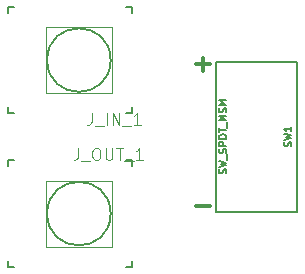
<source format=gbr>
G04 #@! TF.GenerationSoftware,KiCad,Pcbnew,(5.0.0)*
G04 #@! TF.CreationDate,2018-08-28T22:13:31+02:00*
G04 #@! TF.ProjectId,1u_mute,31755F6D7574652E6B696361645F7063,rev?*
G04 #@! TF.SameCoordinates,Original*
G04 #@! TF.FileFunction,Legend,Top*
G04 #@! TF.FilePolarity,Positive*
%FSLAX46Y46*%
G04 Gerber Fmt 4.6, Leading zero omitted, Abs format (unit mm)*
G04 Created by KiCad (PCBNEW (5.0.0)) date 08/28/18 22:13:31*
%MOMM*%
%LPD*%
G01*
G04 APERTURE LIST*
%ADD10C,0.300000*%
%ADD11C,0.127000*%
%ADD12C,0.066040*%
%ADD13C,0.203200*%
%ADD14C,0.076200*%
G04 APERTURE END LIST*
D10*
X16428571Y-16857142D02*
X17571428Y-16857142D01*
X16428571Y-4857142D02*
X17571428Y-4857142D01*
X17000000Y-5428571D02*
X17000000Y-4285714D01*
D11*
G04 #@! TO.C,J_OUT_1*
X9189860Y-17500000D02*
G75*
G03X9189860Y-17500000I-2689860J0D01*
G01*
X10998340Y-21998340D02*
X10998340Y-21497960D01*
X10497960Y-21998340D02*
X10998340Y-21998340D01*
X10998340Y-13001660D02*
X10998340Y-13502040D01*
X10497960Y-13001660D02*
X10998340Y-13001660D01*
X500520Y-13001660D02*
X1000900Y-13001660D01*
X500520Y-13502040D02*
X500520Y-13001660D01*
X500520Y-21998340D02*
X500520Y-21497960D01*
X1000900Y-21998340D02*
X500520Y-21998340D01*
D12*
X9299080Y-20299080D02*
X3700920Y-20299080D01*
X3700920Y-20299080D02*
X3700920Y-14700920D01*
X9299080Y-14700920D02*
X3700920Y-14700920D01*
X9299080Y-20299080D02*
X9299080Y-14700920D01*
G04 #@! TO.C,J_IN_1*
X9299080Y-7299080D02*
X9299080Y-1700920D01*
X9299080Y-1700920D02*
X3700920Y-1700920D01*
X3700920Y-7299080D02*
X3700920Y-1700920D01*
X9299080Y-7299080D02*
X3700920Y-7299080D01*
D11*
X1000900Y-8998340D02*
X500520Y-8998340D01*
X500520Y-8998340D02*
X500520Y-8497960D01*
X500520Y-502040D02*
X500520Y-1660D01*
X500520Y-1660D02*
X1000900Y-1660D01*
X10497960Y-1660D02*
X10998340Y-1660D01*
X10998340Y-1660D02*
X10998340Y-502040D01*
X10497960Y-8998340D02*
X10998340Y-8998340D01*
X10998340Y-8998340D02*
X10998340Y-8497960D01*
X9189860Y-4500000D02*
G75*
G03X9189860Y-4500000I-2689860J0D01*
G01*
D13*
G04 #@! TO.C,SW1*
X18070000Y-17350000D02*
X24930000Y-17350000D01*
X24930000Y-17350000D02*
X24930000Y-4650000D01*
X24930000Y-4640000D02*
X18070000Y-4650000D01*
X18070000Y-4650000D02*
X18070000Y-17350000D01*
G04 #@! TO.C,J_OUT_1*
D14*
X6435809Y-11943619D02*
X6435809Y-12669333D01*
X6387428Y-12814476D01*
X6290666Y-12911238D01*
X6145523Y-12959619D01*
X6048761Y-12959619D01*
X6677714Y-13056380D02*
X7451809Y-13056380D01*
X7887238Y-11943619D02*
X8080761Y-11943619D01*
X8177523Y-11992000D01*
X8274285Y-12088761D01*
X8322666Y-12282285D01*
X8322666Y-12620952D01*
X8274285Y-12814476D01*
X8177523Y-12911238D01*
X8080761Y-12959619D01*
X7887238Y-12959619D01*
X7790476Y-12911238D01*
X7693714Y-12814476D01*
X7645333Y-12620952D01*
X7645333Y-12282285D01*
X7693714Y-12088761D01*
X7790476Y-11992000D01*
X7887238Y-11943619D01*
X8758095Y-11943619D02*
X8758095Y-12766095D01*
X8806476Y-12862857D01*
X8854857Y-12911238D01*
X8951619Y-12959619D01*
X9145142Y-12959619D01*
X9241904Y-12911238D01*
X9290285Y-12862857D01*
X9338666Y-12766095D01*
X9338666Y-11943619D01*
X9677333Y-11943619D02*
X10257904Y-11943619D01*
X9967619Y-12959619D02*
X9967619Y-11943619D01*
X10354666Y-13056380D02*
X11128761Y-13056380D01*
X11902857Y-12959619D02*
X11322285Y-12959619D01*
X11612571Y-12959619D02*
X11612571Y-11943619D01*
X11515809Y-12088761D01*
X11419047Y-12185523D01*
X11322285Y-12233904D01*
G04 #@! TO.C,J_IN_1*
X7613142Y-8943619D02*
X7613142Y-9669333D01*
X7564761Y-9814476D01*
X7468000Y-9911238D01*
X7322857Y-9959619D01*
X7226095Y-9959619D01*
X7855047Y-10056380D02*
X8629142Y-10056380D01*
X8871047Y-9959619D02*
X8871047Y-8943619D01*
X9354857Y-9959619D02*
X9354857Y-8943619D01*
X9935428Y-9959619D01*
X9935428Y-8943619D01*
X10177333Y-10056380D02*
X10951428Y-10056380D01*
X11725523Y-9959619D02*
X11144952Y-9959619D01*
X11435238Y-9959619D02*
X11435238Y-8943619D01*
X11338476Y-9088761D01*
X11241714Y-9185523D01*
X11144952Y-9233904D01*
G04 #@! TO.C,SW1*
D11*
X24464542Y-11812800D02*
X24493571Y-11725714D01*
X24493571Y-11580571D01*
X24464542Y-11522514D01*
X24435514Y-11493485D01*
X24377457Y-11464457D01*
X24319400Y-11464457D01*
X24261342Y-11493485D01*
X24232314Y-11522514D01*
X24203285Y-11580571D01*
X24174257Y-11696685D01*
X24145228Y-11754742D01*
X24116200Y-11783771D01*
X24058142Y-11812800D01*
X24000085Y-11812800D01*
X23942028Y-11783771D01*
X23913000Y-11754742D01*
X23883971Y-11696685D01*
X23883971Y-11551542D01*
X23913000Y-11464457D01*
X23883971Y-11261257D02*
X24493571Y-11116114D01*
X24058142Y-11000000D01*
X24493571Y-10883885D01*
X23883971Y-10738742D01*
X24493571Y-10187200D02*
X24493571Y-10535542D01*
X24493571Y-10361371D02*
X23883971Y-10361371D01*
X23971057Y-10419428D01*
X24029114Y-10477485D01*
X24058142Y-10535542D01*
X18952742Y-14106057D02*
X18981771Y-14018971D01*
X18981771Y-13873828D01*
X18952742Y-13815771D01*
X18923714Y-13786742D01*
X18865657Y-13757714D01*
X18807600Y-13757714D01*
X18749542Y-13786742D01*
X18720514Y-13815771D01*
X18691485Y-13873828D01*
X18662457Y-13989942D01*
X18633428Y-14048000D01*
X18604400Y-14077028D01*
X18546342Y-14106057D01*
X18488285Y-14106057D01*
X18430228Y-14077028D01*
X18401200Y-14048000D01*
X18372171Y-13989942D01*
X18372171Y-13844800D01*
X18401200Y-13757714D01*
X18372171Y-13554514D02*
X18981771Y-13409371D01*
X18546342Y-13293257D01*
X18981771Y-13177142D01*
X18372171Y-13032000D01*
X19039828Y-12944914D02*
X19039828Y-12480457D01*
X18952742Y-12364342D02*
X18981771Y-12277257D01*
X18981771Y-12132114D01*
X18952742Y-12074057D01*
X18923714Y-12045028D01*
X18865657Y-12016000D01*
X18807600Y-12016000D01*
X18749542Y-12045028D01*
X18720514Y-12074057D01*
X18691485Y-12132114D01*
X18662457Y-12248228D01*
X18633428Y-12306285D01*
X18604400Y-12335314D01*
X18546342Y-12364342D01*
X18488285Y-12364342D01*
X18430228Y-12335314D01*
X18401200Y-12306285D01*
X18372171Y-12248228D01*
X18372171Y-12103085D01*
X18401200Y-12016000D01*
X18981771Y-11754742D02*
X18372171Y-11754742D01*
X18372171Y-11522514D01*
X18401200Y-11464457D01*
X18430228Y-11435428D01*
X18488285Y-11406400D01*
X18575371Y-11406400D01*
X18633428Y-11435428D01*
X18662457Y-11464457D01*
X18691485Y-11522514D01*
X18691485Y-11754742D01*
X18981771Y-11145142D02*
X18372171Y-11145142D01*
X18372171Y-11000000D01*
X18401200Y-10912914D01*
X18459257Y-10854857D01*
X18517314Y-10825828D01*
X18633428Y-10796800D01*
X18720514Y-10796800D01*
X18836628Y-10825828D01*
X18894685Y-10854857D01*
X18952742Y-10912914D01*
X18981771Y-11000000D01*
X18981771Y-11145142D01*
X18372171Y-10622628D02*
X18372171Y-10274285D01*
X18981771Y-10448457D02*
X18372171Y-10448457D01*
X19039828Y-10216228D02*
X19039828Y-9751771D01*
X18981771Y-9606628D02*
X18372171Y-9606628D01*
X18807600Y-9403428D01*
X18372171Y-9200228D01*
X18981771Y-9200228D01*
X18952742Y-8938971D02*
X18981771Y-8851885D01*
X18981771Y-8706742D01*
X18952742Y-8648685D01*
X18923714Y-8619657D01*
X18865657Y-8590628D01*
X18807600Y-8590628D01*
X18749542Y-8619657D01*
X18720514Y-8648685D01*
X18691485Y-8706742D01*
X18662457Y-8822857D01*
X18633428Y-8880914D01*
X18604400Y-8909942D01*
X18546342Y-8938971D01*
X18488285Y-8938971D01*
X18430228Y-8909942D01*
X18401200Y-8880914D01*
X18372171Y-8822857D01*
X18372171Y-8677714D01*
X18401200Y-8590628D01*
X18981771Y-8329371D02*
X18372171Y-8329371D01*
X18807600Y-8126171D01*
X18372171Y-7922971D01*
X18981771Y-7922971D01*
G04 #@! TD*
M02*

</source>
